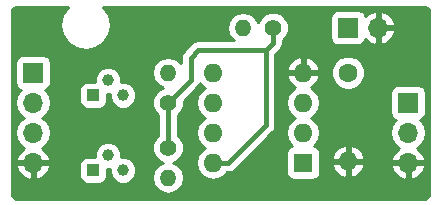
<source format=gtl>
G04 #@! TF.FileFunction,Copper,L1,Top,Signal*
%FSLAX46Y46*%
G04 Gerber Fmt 4.6, Leading zero omitted, Abs format (unit mm)*
G04 Created by KiCad (PCBNEW 4.0.7) date 12/03/18 23:46:06*
%MOMM*%
%LPD*%
G01*
G04 APERTURE LIST*
%ADD10C,0.100000*%
%ADD11C,1.600000*%
%ADD12O,1.600000X1.600000*%
%ADD13R,1.700000X1.700000*%
%ADD14O,1.700000X1.700000*%
%ADD15C,1.000000*%
%ADD16R,1.000000X1.000000*%
%ADD17C,1.400000*%
%ADD18O,1.400000X1.400000*%
%ADD19R,1.600000X1.600000*%
%ADD20C,0.400000*%
%ADD21C,0.254000*%
G04 APERTURE END LIST*
D10*
D11*
X170180000Y-104140000D03*
D12*
X170180000Y-111640000D03*
D13*
X175260000Y-106680000D03*
D14*
X175260000Y-109220000D03*
X175260000Y-111760000D03*
D13*
X170180000Y-100330000D03*
D14*
X172720000Y-100330000D03*
D13*
X143510000Y-104140000D03*
D14*
X143510000Y-106680000D03*
X143510000Y-109220000D03*
X143510000Y-111760000D03*
D15*
X149860000Y-104775000D03*
X151130000Y-106045000D03*
D16*
X148590000Y-106045000D03*
D15*
X149860000Y-111125000D03*
X151130000Y-112395000D03*
D16*
X148590000Y-112395000D03*
D17*
X154940000Y-110490000D03*
D18*
X154940000Y-113030000D03*
D17*
X154940000Y-106680000D03*
D18*
X154940000Y-104140000D03*
D17*
X163830000Y-100330000D03*
D18*
X161290000Y-100330000D03*
D19*
X166370000Y-111760000D03*
D12*
X158750000Y-104140000D03*
X166370000Y-109220000D03*
X158750000Y-106680000D03*
X166370000Y-106680000D03*
X158750000Y-109220000D03*
X166370000Y-104140000D03*
X158750000Y-111760000D03*
D20*
X154940000Y-106680000D02*
X154940000Y-110490000D01*
X163195000Y-102235000D02*
X163195000Y-108585000D01*
X163195000Y-108585000D02*
X160020000Y-111760000D01*
X160020000Y-111760000D02*
X158750000Y-111760000D01*
X163830000Y-100330000D02*
X163830000Y-101600000D01*
X163830000Y-101600000D02*
X163195000Y-102235000D01*
X163195000Y-102235000D02*
X157480000Y-102235000D01*
X157480000Y-102235000D02*
X156845000Y-102870000D01*
X156845000Y-102870000D02*
X156845000Y-104775000D01*
X156845000Y-104775000D02*
X154940000Y-106680000D01*
D21*
G36*
X146436954Y-98557954D02*
X145971578Y-99254440D01*
X145808159Y-100076000D01*
X145971578Y-100897560D01*
X146436954Y-101594046D01*
X147133440Y-102059422D01*
X147955000Y-102222841D01*
X148776560Y-102059422D01*
X149473046Y-101594046D01*
X149938422Y-100897560D01*
X150101841Y-100076000D01*
X149938422Y-99254440D01*
X149473046Y-98557954D01*
X149464135Y-98552000D01*
X176721494Y-98552000D01*
X176738979Y-98555478D01*
X176916145Y-98673856D01*
X177034521Y-98851019D01*
X177038000Y-98868509D01*
X177038000Y-114491491D01*
X177034521Y-114508981D01*
X176916145Y-114686144D01*
X176738979Y-114804522D01*
X176721494Y-114808000D01*
X142048509Y-114808000D01*
X142031019Y-114804521D01*
X141853856Y-114686145D01*
X141735478Y-114508979D01*
X141732000Y-114491494D01*
X141732000Y-112116890D01*
X142068524Y-112116890D01*
X142238355Y-112526924D01*
X142628642Y-112955183D01*
X143153108Y-113201486D01*
X143383000Y-113080819D01*
X143383000Y-111887000D01*
X143637000Y-111887000D01*
X143637000Y-113080819D01*
X143866892Y-113201486D01*
X144391358Y-112955183D01*
X144781645Y-112526924D01*
X144951476Y-112116890D01*
X144834377Y-111895000D01*
X147442560Y-111895000D01*
X147442560Y-112895000D01*
X147486838Y-113130317D01*
X147625910Y-113346441D01*
X147838110Y-113491431D01*
X148090000Y-113542440D01*
X149090000Y-113542440D01*
X149325317Y-113498162D01*
X149541441Y-113359090D01*
X149686431Y-113146890D01*
X149737440Y-112895000D01*
X149737440Y-112259894D01*
X149995117Y-112260119D01*
X149994803Y-112619775D01*
X150167233Y-113037086D01*
X150486235Y-113356645D01*
X150903244Y-113529803D01*
X151354775Y-113530197D01*
X151772086Y-113357767D01*
X152091645Y-113038765D01*
X152264803Y-112621756D01*
X152265197Y-112170225D01*
X152092767Y-111752914D01*
X151773765Y-111433355D01*
X151356756Y-111260197D01*
X150994883Y-111259881D01*
X150995197Y-110900225D01*
X150822767Y-110482914D01*
X150503765Y-110163355D01*
X150086756Y-109990197D01*
X149635225Y-109989803D01*
X149217914Y-110162233D01*
X148898355Y-110481235D01*
X148725197Y-110898244D01*
X148724892Y-111247560D01*
X148090000Y-111247560D01*
X147854683Y-111291838D01*
X147638559Y-111430910D01*
X147493569Y-111643110D01*
X147442560Y-111895000D01*
X144834377Y-111895000D01*
X144830155Y-111887000D01*
X143637000Y-111887000D01*
X143383000Y-111887000D01*
X142189845Y-111887000D01*
X142068524Y-112116890D01*
X141732000Y-112116890D01*
X141732000Y-106680000D01*
X141995907Y-106680000D01*
X142108946Y-107248285D01*
X142430853Y-107730054D01*
X142760026Y-107950000D01*
X142430853Y-108169946D01*
X142108946Y-108651715D01*
X141995907Y-109220000D01*
X142108946Y-109788285D01*
X142430853Y-110270054D01*
X142771553Y-110497702D01*
X142628642Y-110564817D01*
X142238355Y-110993076D01*
X142068524Y-111403110D01*
X142189845Y-111633000D01*
X143383000Y-111633000D01*
X143383000Y-111613000D01*
X143637000Y-111613000D01*
X143637000Y-111633000D01*
X144830155Y-111633000D01*
X144951476Y-111403110D01*
X144781645Y-110993076D01*
X144391358Y-110564817D01*
X144248447Y-110497702D01*
X144589147Y-110270054D01*
X144911054Y-109788285D01*
X145024093Y-109220000D01*
X144911054Y-108651715D01*
X144589147Y-108169946D01*
X144259974Y-107950000D01*
X144589147Y-107730054D01*
X144911054Y-107248285D01*
X145024093Y-106680000D01*
X144911054Y-106111715D01*
X144589147Y-105629946D01*
X144547548Y-105602150D01*
X144595317Y-105593162D01*
X144670162Y-105545000D01*
X147442560Y-105545000D01*
X147442560Y-106545000D01*
X147486838Y-106780317D01*
X147625910Y-106996441D01*
X147838110Y-107141431D01*
X148090000Y-107192440D01*
X149090000Y-107192440D01*
X149325317Y-107148162D01*
X149541441Y-107009090D01*
X149686431Y-106796890D01*
X149737440Y-106545000D01*
X149737440Y-105909894D01*
X149995117Y-105910119D01*
X149994803Y-106269775D01*
X150167233Y-106687086D01*
X150486235Y-107006645D01*
X150903244Y-107179803D01*
X151354775Y-107180197D01*
X151772086Y-107007767D01*
X151835580Y-106944383D01*
X153604769Y-106944383D01*
X153807582Y-107435229D01*
X154105000Y-107733166D01*
X154105000Y-109437214D01*
X153808902Y-109732796D01*
X153605232Y-110223287D01*
X153604769Y-110754383D01*
X153807582Y-111245229D01*
X154182796Y-111621098D01*
X154505788Y-111755216D01*
X154429118Y-111770467D01*
X153996012Y-112059858D01*
X153706621Y-112492964D01*
X153605000Y-113003846D01*
X153605000Y-113056154D01*
X153706621Y-113567036D01*
X153996012Y-114000142D01*
X154429118Y-114289533D01*
X154940000Y-114391154D01*
X155450882Y-114289533D01*
X155883988Y-114000142D01*
X156173379Y-113567036D01*
X156275000Y-113056154D01*
X156275000Y-113003846D01*
X156173379Y-112492964D01*
X155883988Y-112059858D01*
X155450882Y-111770467D01*
X155373955Y-111755165D01*
X155695229Y-111622418D01*
X156071098Y-111247204D01*
X156274768Y-110756713D01*
X156275231Y-110225617D01*
X156072418Y-109734771D01*
X155775000Y-109436834D01*
X155775000Y-107732786D01*
X156071098Y-107437204D01*
X156274768Y-106946713D01*
X156275135Y-106525733D01*
X157435434Y-105365434D01*
X157515905Y-105245000D01*
X157616439Y-105094541D01*
X157628036Y-105036238D01*
X157707189Y-105154698D01*
X158089275Y-105410000D01*
X157707189Y-105665302D01*
X157396120Y-106130849D01*
X157286887Y-106680000D01*
X157396120Y-107229151D01*
X157707189Y-107694698D01*
X158089275Y-107950000D01*
X157707189Y-108205302D01*
X157396120Y-108670849D01*
X157286887Y-109220000D01*
X157396120Y-109769151D01*
X157707189Y-110234698D01*
X158089275Y-110490000D01*
X157707189Y-110745302D01*
X157396120Y-111210849D01*
X157286887Y-111760000D01*
X157396120Y-112309151D01*
X157707189Y-112774698D01*
X158172736Y-113085767D01*
X158721887Y-113195000D01*
X158778113Y-113195000D01*
X159327264Y-113085767D01*
X159792811Y-112774698D01*
X159912882Y-112595000D01*
X160020000Y-112595000D01*
X160339541Y-112531439D01*
X160610434Y-112350434D01*
X163785434Y-109175434D01*
X163799242Y-109154769D01*
X163966439Y-108904541D01*
X164030000Y-108585000D01*
X164030000Y-106680000D01*
X164906887Y-106680000D01*
X165016120Y-107229151D01*
X165327189Y-107694698D01*
X165709275Y-107950000D01*
X165327189Y-108205302D01*
X165016120Y-108670849D01*
X164906887Y-109220000D01*
X165016120Y-109769151D01*
X165327189Y-110234698D01*
X165471465Y-110331101D01*
X165334683Y-110356838D01*
X165118559Y-110495910D01*
X164973569Y-110708110D01*
X164922560Y-110960000D01*
X164922560Y-112560000D01*
X164966838Y-112795317D01*
X165105910Y-113011441D01*
X165318110Y-113156431D01*
X165570000Y-113207440D01*
X167170000Y-113207440D01*
X167405317Y-113163162D01*
X167621441Y-113024090D01*
X167766431Y-112811890D01*
X167817440Y-112560000D01*
X167817440Y-111989041D01*
X168788086Y-111989041D01*
X169027611Y-112495134D01*
X169442577Y-112871041D01*
X169830961Y-113031904D01*
X170053000Y-112909915D01*
X170053000Y-111767000D01*
X170307000Y-111767000D01*
X170307000Y-112909915D01*
X170529039Y-113031904D01*
X170917423Y-112871041D01*
X171332389Y-112495134D01*
X171511405Y-112116890D01*
X173818524Y-112116890D01*
X173988355Y-112526924D01*
X174378642Y-112955183D01*
X174903108Y-113201486D01*
X175133000Y-113080819D01*
X175133000Y-111887000D01*
X175387000Y-111887000D01*
X175387000Y-113080819D01*
X175616892Y-113201486D01*
X176141358Y-112955183D01*
X176531645Y-112526924D01*
X176701476Y-112116890D01*
X176580155Y-111887000D01*
X175387000Y-111887000D01*
X175133000Y-111887000D01*
X173939845Y-111887000D01*
X173818524Y-112116890D01*
X171511405Y-112116890D01*
X171571914Y-111989041D01*
X171450629Y-111767000D01*
X170307000Y-111767000D01*
X170053000Y-111767000D01*
X168909371Y-111767000D01*
X168788086Y-111989041D01*
X167817440Y-111989041D01*
X167817440Y-111290959D01*
X168788086Y-111290959D01*
X168909371Y-111513000D01*
X170053000Y-111513000D01*
X170053000Y-110370085D01*
X170307000Y-110370085D01*
X170307000Y-111513000D01*
X171450629Y-111513000D01*
X171571914Y-111290959D01*
X171332389Y-110784866D01*
X170917423Y-110408959D01*
X170529039Y-110248096D01*
X170307000Y-110370085D01*
X170053000Y-110370085D01*
X169830961Y-110248096D01*
X169442577Y-110408959D01*
X169027611Y-110784866D01*
X168788086Y-111290959D01*
X167817440Y-111290959D01*
X167817440Y-110960000D01*
X167773162Y-110724683D01*
X167634090Y-110508559D01*
X167421890Y-110363569D01*
X167266911Y-110332185D01*
X167412811Y-110234698D01*
X167723880Y-109769151D01*
X167833113Y-109220000D01*
X173745907Y-109220000D01*
X173858946Y-109788285D01*
X174180853Y-110270054D01*
X174521553Y-110497702D01*
X174378642Y-110564817D01*
X173988355Y-110993076D01*
X173818524Y-111403110D01*
X173939845Y-111633000D01*
X175133000Y-111633000D01*
X175133000Y-111613000D01*
X175387000Y-111613000D01*
X175387000Y-111633000D01*
X176580155Y-111633000D01*
X176701476Y-111403110D01*
X176531645Y-110993076D01*
X176141358Y-110564817D01*
X175998447Y-110497702D01*
X176339147Y-110270054D01*
X176661054Y-109788285D01*
X176774093Y-109220000D01*
X176661054Y-108651715D01*
X176339147Y-108169946D01*
X176297548Y-108142150D01*
X176345317Y-108133162D01*
X176561441Y-107994090D01*
X176706431Y-107781890D01*
X176757440Y-107530000D01*
X176757440Y-105830000D01*
X176713162Y-105594683D01*
X176574090Y-105378559D01*
X176361890Y-105233569D01*
X176110000Y-105182560D01*
X174410000Y-105182560D01*
X174174683Y-105226838D01*
X173958559Y-105365910D01*
X173813569Y-105578110D01*
X173762560Y-105830000D01*
X173762560Y-107530000D01*
X173806838Y-107765317D01*
X173945910Y-107981441D01*
X174158110Y-108126431D01*
X174225541Y-108140086D01*
X174180853Y-108169946D01*
X173858946Y-108651715D01*
X173745907Y-109220000D01*
X167833113Y-109220000D01*
X167723880Y-108670849D01*
X167412811Y-108205302D01*
X167030725Y-107950000D01*
X167412811Y-107694698D01*
X167723880Y-107229151D01*
X167833113Y-106680000D01*
X167723880Y-106130849D01*
X167412811Y-105665302D01*
X167008297Y-105395014D01*
X167225134Y-105292389D01*
X167601041Y-104877423D01*
X167761904Y-104489039D01*
X167726275Y-104424187D01*
X168744752Y-104424187D01*
X168962757Y-104951800D01*
X169366077Y-105355824D01*
X169893309Y-105574750D01*
X170464187Y-105575248D01*
X170991800Y-105357243D01*
X171395824Y-104953923D01*
X171614750Y-104426691D01*
X171615248Y-103855813D01*
X171397243Y-103328200D01*
X170993923Y-102924176D01*
X170466691Y-102705250D01*
X169895813Y-102704752D01*
X169368200Y-102922757D01*
X168964176Y-103326077D01*
X168745250Y-103853309D01*
X168744752Y-104424187D01*
X167726275Y-104424187D01*
X167639915Y-104267000D01*
X166497000Y-104267000D01*
X166497000Y-104287000D01*
X166243000Y-104287000D01*
X166243000Y-104267000D01*
X165100085Y-104267000D01*
X164978096Y-104489039D01*
X165138959Y-104877423D01*
X165514866Y-105292389D01*
X165731703Y-105395014D01*
X165327189Y-105665302D01*
X165016120Y-106130849D01*
X164906887Y-106680000D01*
X164030000Y-106680000D01*
X164030000Y-103790961D01*
X164978096Y-103790961D01*
X165100085Y-104013000D01*
X166243000Y-104013000D01*
X166243000Y-102869371D01*
X166497000Y-102869371D01*
X166497000Y-104013000D01*
X167639915Y-104013000D01*
X167761904Y-103790961D01*
X167601041Y-103402577D01*
X167225134Y-102987611D01*
X166719041Y-102748086D01*
X166497000Y-102869371D01*
X166243000Y-102869371D01*
X166020959Y-102748086D01*
X165514866Y-102987611D01*
X165138959Y-103402577D01*
X164978096Y-103790961D01*
X164030000Y-103790961D01*
X164030000Y-102580868D01*
X164420434Y-102190434D01*
X164601440Y-101919540D01*
X164665000Y-101600000D01*
X164665000Y-101382786D01*
X164961098Y-101087204D01*
X165164768Y-100596713D01*
X165165231Y-100065617D01*
X164962418Y-99574771D01*
X164867813Y-99480000D01*
X168682560Y-99480000D01*
X168682560Y-101180000D01*
X168726838Y-101415317D01*
X168865910Y-101631441D01*
X169078110Y-101776431D01*
X169330000Y-101827440D01*
X171030000Y-101827440D01*
X171265317Y-101783162D01*
X171481441Y-101644090D01*
X171626431Y-101431890D01*
X171648301Y-101323893D01*
X171953076Y-101601645D01*
X172363110Y-101771476D01*
X172593000Y-101650155D01*
X172593000Y-100457000D01*
X172847000Y-100457000D01*
X172847000Y-101650155D01*
X173076890Y-101771476D01*
X173486924Y-101601645D01*
X173915183Y-101211358D01*
X174161486Y-100686892D01*
X174040819Y-100457000D01*
X172847000Y-100457000D01*
X172593000Y-100457000D01*
X172573000Y-100457000D01*
X172573000Y-100203000D01*
X172593000Y-100203000D01*
X172593000Y-99009845D01*
X172847000Y-99009845D01*
X172847000Y-100203000D01*
X174040819Y-100203000D01*
X174161486Y-99973108D01*
X173915183Y-99448642D01*
X173486924Y-99058355D01*
X173076890Y-98888524D01*
X172847000Y-99009845D01*
X172593000Y-99009845D01*
X172363110Y-98888524D01*
X171953076Y-99058355D01*
X171650063Y-99334501D01*
X171633162Y-99244683D01*
X171494090Y-99028559D01*
X171281890Y-98883569D01*
X171030000Y-98832560D01*
X169330000Y-98832560D01*
X169094683Y-98876838D01*
X168878559Y-99015910D01*
X168733569Y-99228110D01*
X168682560Y-99480000D01*
X164867813Y-99480000D01*
X164587204Y-99198902D01*
X164096713Y-98995232D01*
X163565617Y-98994769D01*
X163074771Y-99197582D01*
X162698902Y-99572796D01*
X162564784Y-99895788D01*
X162549533Y-99819118D01*
X162260142Y-99386012D01*
X161827036Y-99096621D01*
X161316154Y-98995000D01*
X161263846Y-98995000D01*
X160752964Y-99096621D01*
X160319858Y-99386012D01*
X160030467Y-99819118D01*
X159928846Y-100330000D01*
X160030467Y-100840882D01*
X160319858Y-101273988D01*
X160508449Y-101400000D01*
X157480000Y-101400000D01*
X157160460Y-101463560D01*
X156889566Y-101644566D01*
X156254566Y-102279566D01*
X156073561Y-102550459D01*
X156010000Y-102870000D01*
X156010000Y-103358449D01*
X155883988Y-103169858D01*
X155450882Y-102880467D01*
X154940000Y-102778846D01*
X154429118Y-102880467D01*
X153996012Y-103169858D01*
X153706621Y-103602964D01*
X153605000Y-104113846D01*
X153605000Y-104166154D01*
X153706621Y-104677036D01*
X153996012Y-105110142D01*
X154429118Y-105399533D01*
X154506045Y-105414835D01*
X154184771Y-105547582D01*
X153808902Y-105922796D01*
X153605232Y-106413287D01*
X153604769Y-106944383D01*
X151835580Y-106944383D01*
X152091645Y-106688765D01*
X152264803Y-106271756D01*
X152265197Y-105820225D01*
X152092767Y-105402914D01*
X151773765Y-105083355D01*
X151356756Y-104910197D01*
X150994883Y-104909881D01*
X150995197Y-104550225D01*
X150822767Y-104132914D01*
X150503765Y-103813355D01*
X150086756Y-103640197D01*
X149635225Y-103639803D01*
X149217914Y-103812233D01*
X148898355Y-104131235D01*
X148725197Y-104548244D01*
X148724892Y-104897560D01*
X148090000Y-104897560D01*
X147854683Y-104941838D01*
X147638559Y-105080910D01*
X147493569Y-105293110D01*
X147442560Y-105545000D01*
X144670162Y-105545000D01*
X144811441Y-105454090D01*
X144956431Y-105241890D01*
X145007440Y-104990000D01*
X145007440Y-103290000D01*
X144963162Y-103054683D01*
X144824090Y-102838559D01*
X144611890Y-102693569D01*
X144360000Y-102642560D01*
X142660000Y-102642560D01*
X142424683Y-102686838D01*
X142208559Y-102825910D01*
X142063569Y-103038110D01*
X142012560Y-103290000D01*
X142012560Y-104990000D01*
X142056838Y-105225317D01*
X142195910Y-105441441D01*
X142408110Y-105586431D01*
X142475541Y-105600086D01*
X142430853Y-105629946D01*
X142108946Y-106111715D01*
X141995907Y-106680000D01*
X141732000Y-106680000D01*
X141732000Y-98868506D01*
X141735478Y-98851021D01*
X141853856Y-98673855D01*
X142031019Y-98555479D01*
X142048509Y-98552000D01*
X146445865Y-98552000D01*
X146436954Y-98557954D01*
X146436954Y-98557954D01*
G37*
X146436954Y-98557954D02*
X145971578Y-99254440D01*
X145808159Y-100076000D01*
X145971578Y-100897560D01*
X146436954Y-101594046D01*
X147133440Y-102059422D01*
X147955000Y-102222841D01*
X148776560Y-102059422D01*
X149473046Y-101594046D01*
X149938422Y-100897560D01*
X150101841Y-100076000D01*
X149938422Y-99254440D01*
X149473046Y-98557954D01*
X149464135Y-98552000D01*
X176721494Y-98552000D01*
X176738979Y-98555478D01*
X176916145Y-98673856D01*
X177034521Y-98851019D01*
X177038000Y-98868509D01*
X177038000Y-114491491D01*
X177034521Y-114508981D01*
X176916145Y-114686144D01*
X176738979Y-114804522D01*
X176721494Y-114808000D01*
X142048509Y-114808000D01*
X142031019Y-114804521D01*
X141853856Y-114686145D01*
X141735478Y-114508979D01*
X141732000Y-114491494D01*
X141732000Y-112116890D01*
X142068524Y-112116890D01*
X142238355Y-112526924D01*
X142628642Y-112955183D01*
X143153108Y-113201486D01*
X143383000Y-113080819D01*
X143383000Y-111887000D01*
X143637000Y-111887000D01*
X143637000Y-113080819D01*
X143866892Y-113201486D01*
X144391358Y-112955183D01*
X144781645Y-112526924D01*
X144951476Y-112116890D01*
X144834377Y-111895000D01*
X147442560Y-111895000D01*
X147442560Y-112895000D01*
X147486838Y-113130317D01*
X147625910Y-113346441D01*
X147838110Y-113491431D01*
X148090000Y-113542440D01*
X149090000Y-113542440D01*
X149325317Y-113498162D01*
X149541441Y-113359090D01*
X149686431Y-113146890D01*
X149737440Y-112895000D01*
X149737440Y-112259894D01*
X149995117Y-112260119D01*
X149994803Y-112619775D01*
X150167233Y-113037086D01*
X150486235Y-113356645D01*
X150903244Y-113529803D01*
X151354775Y-113530197D01*
X151772086Y-113357767D01*
X152091645Y-113038765D01*
X152264803Y-112621756D01*
X152265197Y-112170225D01*
X152092767Y-111752914D01*
X151773765Y-111433355D01*
X151356756Y-111260197D01*
X150994883Y-111259881D01*
X150995197Y-110900225D01*
X150822767Y-110482914D01*
X150503765Y-110163355D01*
X150086756Y-109990197D01*
X149635225Y-109989803D01*
X149217914Y-110162233D01*
X148898355Y-110481235D01*
X148725197Y-110898244D01*
X148724892Y-111247560D01*
X148090000Y-111247560D01*
X147854683Y-111291838D01*
X147638559Y-111430910D01*
X147493569Y-111643110D01*
X147442560Y-111895000D01*
X144834377Y-111895000D01*
X144830155Y-111887000D01*
X143637000Y-111887000D01*
X143383000Y-111887000D01*
X142189845Y-111887000D01*
X142068524Y-112116890D01*
X141732000Y-112116890D01*
X141732000Y-106680000D01*
X141995907Y-106680000D01*
X142108946Y-107248285D01*
X142430853Y-107730054D01*
X142760026Y-107950000D01*
X142430853Y-108169946D01*
X142108946Y-108651715D01*
X141995907Y-109220000D01*
X142108946Y-109788285D01*
X142430853Y-110270054D01*
X142771553Y-110497702D01*
X142628642Y-110564817D01*
X142238355Y-110993076D01*
X142068524Y-111403110D01*
X142189845Y-111633000D01*
X143383000Y-111633000D01*
X143383000Y-111613000D01*
X143637000Y-111613000D01*
X143637000Y-111633000D01*
X144830155Y-111633000D01*
X144951476Y-111403110D01*
X144781645Y-110993076D01*
X144391358Y-110564817D01*
X144248447Y-110497702D01*
X144589147Y-110270054D01*
X144911054Y-109788285D01*
X145024093Y-109220000D01*
X144911054Y-108651715D01*
X144589147Y-108169946D01*
X144259974Y-107950000D01*
X144589147Y-107730054D01*
X144911054Y-107248285D01*
X145024093Y-106680000D01*
X144911054Y-106111715D01*
X144589147Y-105629946D01*
X144547548Y-105602150D01*
X144595317Y-105593162D01*
X144670162Y-105545000D01*
X147442560Y-105545000D01*
X147442560Y-106545000D01*
X147486838Y-106780317D01*
X147625910Y-106996441D01*
X147838110Y-107141431D01*
X148090000Y-107192440D01*
X149090000Y-107192440D01*
X149325317Y-107148162D01*
X149541441Y-107009090D01*
X149686431Y-106796890D01*
X149737440Y-106545000D01*
X149737440Y-105909894D01*
X149995117Y-105910119D01*
X149994803Y-106269775D01*
X150167233Y-106687086D01*
X150486235Y-107006645D01*
X150903244Y-107179803D01*
X151354775Y-107180197D01*
X151772086Y-107007767D01*
X151835580Y-106944383D01*
X153604769Y-106944383D01*
X153807582Y-107435229D01*
X154105000Y-107733166D01*
X154105000Y-109437214D01*
X153808902Y-109732796D01*
X153605232Y-110223287D01*
X153604769Y-110754383D01*
X153807582Y-111245229D01*
X154182796Y-111621098D01*
X154505788Y-111755216D01*
X154429118Y-111770467D01*
X153996012Y-112059858D01*
X153706621Y-112492964D01*
X153605000Y-113003846D01*
X153605000Y-113056154D01*
X153706621Y-113567036D01*
X153996012Y-114000142D01*
X154429118Y-114289533D01*
X154940000Y-114391154D01*
X155450882Y-114289533D01*
X155883988Y-114000142D01*
X156173379Y-113567036D01*
X156275000Y-113056154D01*
X156275000Y-113003846D01*
X156173379Y-112492964D01*
X155883988Y-112059858D01*
X155450882Y-111770467D01*
X155373955Y-111755165D01*
X155695229Y-111622418D01*
X156071098Y-111247204D01*
X156274768Y-110756713D01*
X156275231Y-110225617D01*
X156072418Y-109734771D01*
X155775000Y-109436834D01*
X155775000Y-107732786D01*
X156071098Y-107437204D01*
X156274768Y-106946713D01*
X156275135Y-106525733D01*
X157435434Y-105365434D01*
X157515905Y-105245000D01*
X157616439Y-105094541D01*
X157628036Y-105036238D01*
X157707189Y-105154698D01*
X158089275Y-105410000D01*
X157707189Y-105665302D01*
X157396120Y-106130849D01*
X157286887Y-106680000D01*
X157396120Y-107229151D01*
X157707189Y-107694698D01*
X158089275Y-107950000D01*
X157707189Y-108205302D01*
X157396120Y-108670849D01*
X157286887Y-109220000D01*
X157396120Y-109769151D01*
X157707189Y-110234698D01*
X158089275Y-110490000D01*
X157707189Y-110745302D01*
X157396120Y-111210849D01*
X157286887Y-111760000D01*
X157396120Y-112309151D01*
X157707189Y-112774698D01*
X158172736Y-113085767D01*
X158721887Y-113195000D01*
X158778113Y-113195000D01*
X159327264Y-113085767D01*
X159792811Y-112774698D01*
X159912882Y-112595000D01*
X160020000Y-112595000D01*
X160339541Y-112531439D01*
X160610434Y-112350434D01*
X163785434Y-109175434D01*
X163799242Y-109154769D01*
X163966439Y-108904541D01*
X164030000Y-108585000D01*
X164030000Y-106680000D01*
X164906887Y-106680000D01*
X165016120Y-107229151D01*
X165327189Y-107694698D01*
X165709275Y-107950000D01*
X165327189Y-108205302D01*
X165016120Y-108670849D01*
X164906887Y-109220000D01*
X165016120Y-109769151D01*
X165327189Y-110234698D01*
X165471465Y-110331101D01*
X165334683Y-110356838D01*
X165118559Y-110495910D01*
X164973569Y-110708110D01*
X164922560Y-110960000D01*
X164922560Y-112560000D01*
X164966838Y-112795317D01*
X165105910Y-113011441D01*
X165318110Y-113156431D01*
X165570000Y-113207440D01*
X167170000Y-113207440D01*
X167405317Y-113163162D01*
X167621441Y-113024090D01*
X167766431Y-112811890D01*
X167817440Y-112560000D01*
X167817440Y-111989041D01*
X168788086Y-111989041D01*
X169027611Y-112495134D01*
X169442577Y-112871041D01*
X169830961Y-113031904D01*
X170053000Y-112909915D01*
X170053000Y-111767000D01*
X170307000Y-111767000D01*
X170307000Y-112909915D01*
X170529039Y-113031904D01*
X170917423Y-112871041D01*
X171332389Y-112495134D01*
X171511405Y-112116890D01*
X173818524Y-112116890D01*
X173988355Y-112526924D01*
X174378642Y-112955183D01*
X174903108Y-113201486D01*
X175133000Y-113080819D01*
X175133000Y-111887000D01*
X175387000Y-111887000D01*
X175387000Y-113080819D01*
X175616892Y-113201486D01*
X176141358Y-112955183D01*
X176531645Y-112526924D01*
X176701476Y-112116890D01*
X176580155Y-111887000D01*
X175387000Y-111887000D01*
X175133000Y-111887000D01*
X173939845Y-111887000D01*
X173818524Y-112116890D01*
X171511405Y-112116890D01*
X171571914Y-111989041D01*
X171450629Y-111767000D01*
X170307000Y-111767000D01*
X170053000Y-111767000D01*
X168909371Y-111767000D01*
X168788086Y-111989041D01*
X167817440Y-111989041D01*
X167817440Y-111290959D01*
X168788086Y-111290959D01*
X168909371Y-111513000D01*
X170053000Y-111513000D01*
X170053000Y-110370085D01*
X170307000Y-110370085D01*
X170307000Y-111513000D01*
X171450629Y-111513000D01*
X171571914Y-111290959D01*
X171332389Y-110784866D01*
X170917423Y-110408959D01*
X170529039Y-110248096D01*
X170307000Y-110370085D01*
X170053000Y-110370085D01*
X169830961Y-110248096D01*
X169442577Y-110408959D01*
X169027611Y-110784866D01*
X168788086Y-111290959D01*
X167817440Y-111290959D01*
X167817440Y-110960000D01*
X167773162Y-110724683D01*
X167634090Y-110508559D01*
X167421890Y-110363569D01*
X167266911Y-110332185D01*
X167412811Y-110234698D01*
X167723880Y-109769151D01*
X167833113Y-109220000D01*
X173745907Y-109220000D01*
X173858946Y-109788285D01*
X174180853Y-110270054D01*
X174521553Y-110497702D01*
X174378642Y-110564817D01*
X173988355Y-110993076D01*
X173818524Y-111403110D01*
X173939845Y-111633000D01*
X175133000Y-111633000D01*
X175133000Y-111613000D01*
X175387000Y-111613000D01*
X175387000Y-111633000D01*
X176580155Y-111633000D01*
X176701476Y-111403110D01*
X176531645Y-110993076D01*
X176141358Y-110564817D01*
X175998447Y-110497702D01*
X176339147Y-110270054D01*
X176661054Y-109788285D01*
X176774093Y-109220000D01*
X176661054Y-108651715D01*
X176339147Y-108169946D01*
X176297548Y-108142150D01*
X176345317Y-108133162D01*
X176561441Y-107994090D01*
X176706431Y-107781890D01*
X176757440Y-107530000D01*
X176757440Y-105830000D01*
X176713162Y-105594683D01*
X176574090Y-105378559D01*
X176361890Y-105233569D01*
X176110000Y-105182560D01*
X174410000Y-105182560D01*
X174174683Y-105226838D01*
X173958559Y-105365910D01*
X173813569Y-105578110D01*
X173762560Y-105830000D01*
X173762560Y-107530000D01*
X173806838Y-107765317D01*
X173945910Y-107981441D01*
X174158110Y-108126431D01*
X174225541Y-108140086D01*
X174180853Y-108169946D01*
X173858946Y-108651715D01*
X173745907Y-109220000D01*
X167833113Y-109220000D01*
X167723880Y-108670849D01*
X167412811Y-108205302D01*
X167030725Y-107950000D01*
X167412811Y-107694698D01*
X167723880Y-107229151D01*
X167833113Y-106680000D01*
X167723880Y-106130849D01*
X167412811Y-105665302D01*
X167008297Y-105395014D01*
X167225134Y-105292389D01*
X167601041Y-104877423D01*
X167761904Y-104489039D01*
X167726275Y-104424187D01*
X168744752Y-104424187D01*
X168962757Y-104951800D01*
X169366077Y-105355824D01*
X169893309Y-105574750D01*
X170464187Y-105575248D01*
X170991800Y-105357243D01*
X171395824Y-104953923D01*
X171614750Y-104426691D01*
X171615248Y-103855813D01*
X171397243Y-103328200D01*
X170993923Y-102924176D01*
X170466691Y-102705250D01*
X169895813Y-102704752D01*
X169368200Y-102922757D01*
X168964176Y-103326077D01*
X168745250Y-103853309D01*
X168744752Y-104424187D01*
X167726275Y-104424187D01*
X167639915Y-104267000D01*
X166497000Y-104267000D01*
X166497000Y-104287000D01*
X166243000Y-104287000D01*
X166243000Y-104267000D01*
X165100085Y-104267000D01*
X164978096Y-104489039D01*
X165138959Y-104877423D01*
X165514866Y-105292389D01*
X165731703Y-105395014D01*
X165327189Y-105665302D01*
X165016120Y-106130849D01*
X164906887Y-106680000D01*
X164030000Y-106680000D01*
X164030000Y-103790961D01*
X164978096Y-103790961D01*
X165100085Y-104013000D01*
X166243000Y-104013000D01*
X166243000Y-102869371D01*
X166497000Y-102869371D01*
X166497000Y-104013000D01*
X167639915Y-104013000D01*
X167761904Y-103790961D01*
X167601041Y-103402577D01*
X167225134Y-102987611D01*
X166719041Y-102748086D01*
X166497000Y-102869371D01*
X166243000Y-102869371D01*
X166020959Y-102748086D01*
X165514866Y-102987611D01*
X165138959Y-103402577D01*
X164978096Y-103790961D01*
X164030000Y-103790961D01*
X164030000Y-102580868D01*
X164420434Y-102190434D01*
X164601440Y-101919540D01*
X164665000Y-101600000D01*
X164665000Y-101382786D01*
X164961098Y-101087204D01*
X165164768Y-100596713D01*
X165165231Y-100065617D01*
X164962418Y-99574771D01*
X164867813Y-99480000D01*
X168682560Y-99480000D01*
X168682560Y-101180000D01*
X168726838Y-101415317D01*
X168865910Y-101631441D01*
X169078110Y-101776431D01*
X169330000Y-101827440D01*
X171030000Y-101827440D01*
X171265317Y-101783162D01*
X171481441Y-101644090D01*
X171626431Y-101431890D01*
X171648301Y-101323893D01*
X171953076Y-101601645D01*
X172363110Y-101771476D01*
X172593000Y-101650155D01*
X172593000Y-100457000D01*
X172847000Y-100457000D01*
X172847000Y-101650155D01*
X173076890Y-101771476D01*
X173486924Y-101601645D01*
X173915183Y-101211358D01*
X174161486Y-100686892D01*
X174040819Y-100457000D01*
X172847000Y-100457000D01*
X172593000Y-100457000D01*
X172573000Y-100457000D01*
X172573000Y-100203000D01*
X172593000Y-100203000D01*
X172593000Y-99009845D01*
X172847000Y-99009845D01*
X172847000Y-100203000D01*
X174040819Y-100203000D01*
X174161486Y-99973108D01*
X173915183Y-99448642D01*
X173486924Y-99058355D01*
X173076890Y-98888524D01*
X172847000Y-99009845D01*
X172593000Y-99009845D01*
X172363110Y-98888524D01*
X171953076Y-99058355D01*
X171650063Y-99334501D01*
X171633162Y-99244683D01*
X171494090Y-99028559D01*
X171281890Y-98883569D01*
X171030000Y-98832560D01*
X169330000Y-98832560D01*
X169094683Y-98876838D01*
X168878559Y-99015910D01*
X168733569Y-99228110D01*
X168682560Y-99480000D01*
X164867813Y-99480000D01*
X164587204Y-99198902D01*
X164096713Y-98995232D01*
X163565617Y-98994769D01*
X163074771Y-99197582D01*
X162698902Y-99572796D01*
X162564784Y-99895788D01*
X162549533Y-99819118D01*
X162260142Y-99386012D01*
X161827036Y-99096621D01*
X161316154Y-98995000D01*
X161263846Y-98995000D01*
X160752964Y-99096621D01*
X160319858Y-99386012D01*
X160030467Y-99819118D01*
X159928846Y-100330000D01*
X160030467Y-100840882D01*
X160319858Y-101273988D01*
X160508449Y-101400000D01*
X157480000Y-101400000D01*
X157160460Y-101463560D01*
X156889566Y-101644566D01*
X156254566Y-102279566D01*
X156073561Y-102550459D01*
X156010000Y-102870000D01*
X156010000Y-103358449D01*
X155883988Y-103169858D01*
X155450882Y-102880467D01*
X154940000Y-102778846D01*
X154429118Y-102880467D01*
X153996012Y-103169858D01*
X153706621Y-103602964D01*
X153605000Y-104113846D01*
X153605000Y-104166154D01*
X153706621Y-104677036D01*
X153996012Y-105110142D01*
X154429118Y-105399533D01*
X154506045Y-105414835D01*
X154184771Y-105547582D01*
X153808902Y-105922796D01*
X153605232Y-106413287D01*
X153604769Y-106944383D01*
X151835580Y-106944383D01*
X152091645Y-106688765D01*
X152264803Y-106271756D01*
X152265197Y-105820225D01*
X152092767Y-105402914D01*
X151773765Y-105083355D01*
X151356756Y-104910197D01*
X150994883Y-104909881D01*
X150995197Y-104550225D01*
X150822767Y-104132914D01*
X150503765Y-103813355D01*
X150086756Y-103640197D01*
X149635225Y-103639803D01*
X149217914Y-103812233D01*
X148898355Y-104131235D01*
X148725197Y-104548244D01*
X148724892Y-104897560D01*
X148090000Y-104897560D01*
X147854683Y-104941838D01*
X147638559Y-105080910D01*
X147493569Y-105293110D01*
X147442560Y-105545000D01*
X144670162Y-105545000D01*
X144811441Y-105454090D01*
X144956431Y-105241890D01*
X145007440Y-104990000D01*
X145007440Y-103290000D01*
X144963162Y-103054683D01*
X144824090Y-102838559D01*
X144611890Y-102693569D01*
X144360000Y-102642560D01*
X142660000Y-102642560D01*
X142424683Y-102686838D01*
X142208559Y-102825910D01*
X142063569Y-103038110D01*
X142012560Y-103290000D01*
X142012560Y-104990000D01*
X142056838Y-105225317D01*
X142195910Y-105441441D01*
X142408110Y-105586431D01*
X142475541Y-105600086D01*
X142430853Y-105629946D01*
X142108946Y-106111715D01*
X141995907Y-106680000D01*
X141732000Y-106680000D01*
X141732000Y-98868506D01*
X141735478Y-98851021D01*
X141853856Y-98673855D01*
X142031019Y-98555479D01*
X142048509Y-98552000D01*
X146445865Y-98552000D01*
X146436954Y-98557954D01*
M02*

</source>
